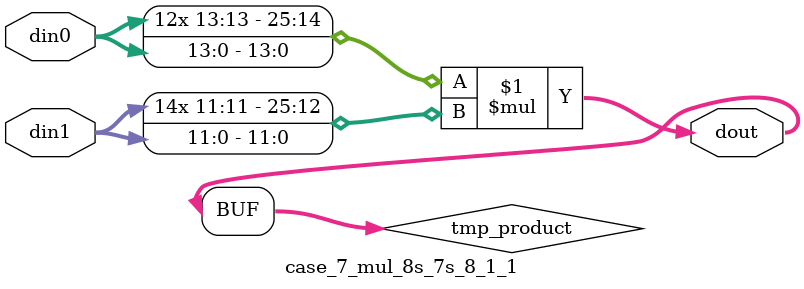
<source format=v>

`timescale 1 ns / 1 ps

 module case_7_mul_8s_7s_8_1_1(din0, din1, dout);
parameter ID = 1;
parameter NUM_STAGE = 0;
parameter din0_WIDTH = 14;
parameter din1_WIDTH = 12;
parameter dout_WIDTH = 26;

input [din0_WIDTH - 1 : 0] din0; 
input [din1_WIDTH - 1 : 0] din1; 
output [dout_WIDTH - 1 : 0] dout;

wire signed [dout_WIDTH - 1 : 0] tmp_product;



























assign tmp_product = $signed(din0) * $signed(din1);








assign dout = tmp_product;





















endmodule

</source>
